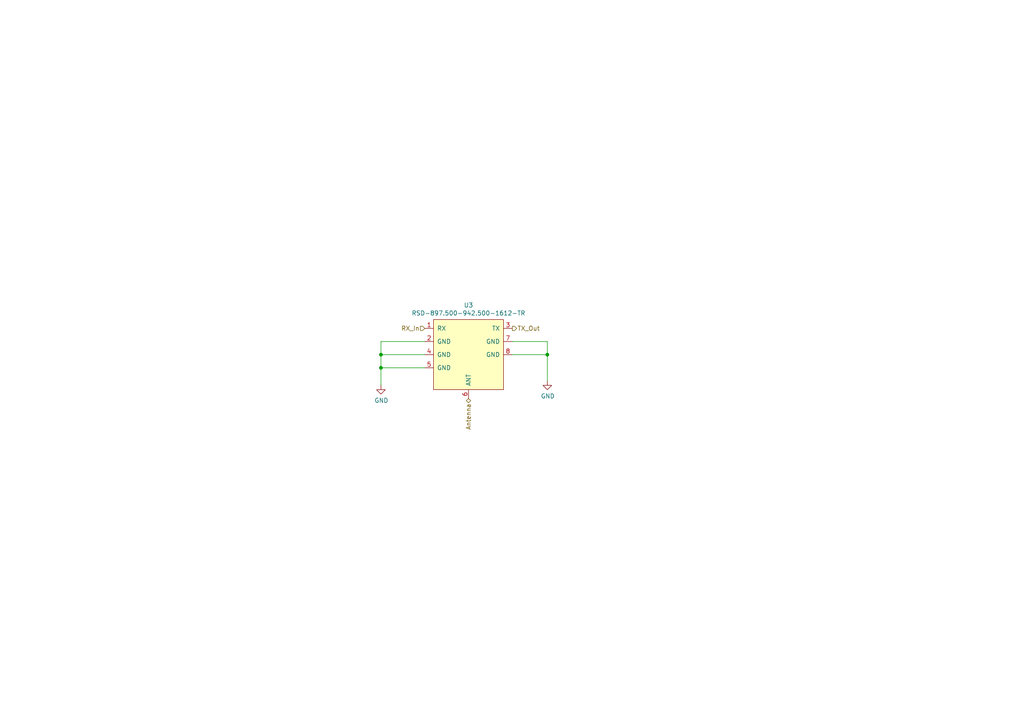
<source format=kicad_sch>
(kicad_sch (version 20211123) (generator eeschema)
  (paper "A4")
  (title_block (title "Duplexer Network") (date "2022-03-24") (rev "v2.0.0") (company "When HAMs Fly Senior Design Team") (comment 1 "https://github.com/MSTRocketDesignTeam/Avionics-Telemetry-PCB") (comment 2 "Board Revision 2") (comment 3 "Schematic depicting logical connections between components"))
  (lib_symbols
    (symbol "RDT_Custom_Symbols:RSD-897.500-942.500-1612-TR" (pin_names (offset 1.016))
      (property "Reference" "U" (at 0 3.81 0))
      (property "Value" "RSD-897.500-942.500-1612-TR" (at 0 1.27 0))
      (symbol "RSD-897.500-942.500-1612-TR_0_1"
        (rectangle (start -10.16 0) (end 10.16 -20.32) (fill (type background)))
      )
      (symbol "RSD-897.500-942.500-1612-TR_1_1"
        (pin output line (at -12.7 -2.54 0) (length 2.54) (name "RX") (number "1"))
        (pin input line (at -12.7 -6.35 0) (length 2.54) (name "GND") (number "2"))
        (pin input line (at 12.7 -2.54 180) (length 2.54) (name "TX") (number "3"))
        (pin input line (at -12.7 -10.16 0) (length 2.54) (name "GND") (number "4"))
        (pin input line (at -12.7 -13.97 0) (length 2.54) (name "GND") (number "5"))
        (pin bidirectional line (at 0 -22.86 90) (length 2.54) (name "ANT") (number "6"))
        (pin input line (at 12.7 -6.35 180) (length 2.54) (name "GND") (number "7"))
        (pin input line (at 12.7 -10.16 180) (length 2.54) (name "GND") (number "8"))
      )
    )
    (symbol "power:GND" (power) (pin_names (offset 0))
      (property "Value" "GND" (at 0 -3.81 0))
      (symbol "GND_0_1"
        (polyline (pts (xy 0 0) (xy 0 -1.27) (xy 1.27 -1.27) (xy 0 -2.54) (xy -1.27 -1.27) (xy 0 -1.27)))
      )
      (symbol "GND_1_1"
        (pin power_in line (at 0 0 270) (length 0) hide (name "GND") (number "1"))
      )
    )
  )
  (junction (at 158.75 102.87))
  (junction (at 110.49 106.68))
  (junction (at 110.49 102.87))
  (wire (pts (xy 110.49 102.87) (xy 110.49 99.06)))
  (wire (pts (xy 158.75 102.87) (xy 158.75 99.06)))
  (wire (pts (xy 123.19 102.87) (xy 110.49 102.87)))
  (wire (pts (xy 158.75 110.49) (xy 158.75 102.87)))
  (wire (pts (xy 110.49 106.68) (xy 110.49 102.87)))
  (wire (pts (xy 110.49 111.76) (xy 110.49 106.68)))
  (wire (pts (xy 158.75 99.06) (xy 148.59 99.06)))
  (wire (pts (xy 123.19 106.68) (xy 110.49 106.68)))
  (wire (pts (xy 148.59 102.87) (xy 158.75 102.87)))
  (wire (pts (xy 110.49 99.06) (xy 123.19 99.06)))
  (hierarchical_label "Antenna" (shape bidirectional) (at 135.89 115.57 270))
  (hierarchical_label "TX_Out" (shape output) (at 148.59 95.25 0))
  (hierarchical_label "RX_In" (shape input) (at 123.19 95.25 180))
  (symbol (lib_id "power:GND") (at 158.75 110.49 0) (unit 1)
    (property "Reference" "#PWR019" (effects hide))
    (property "Value" "GND" (at 158.877 114.8842 0))
  )
  (symbol (lib_id "power:GND") (at 110.49 111.76 0) (unit 1)
    (property "Reference" "#PWR018" (effects hide))
    (property "Value" "GND" (at 110.617 116.1542 0))
  )
  (symbol (lib_id "RDT_Custom_Symbols:RSD-897.500-942.500-1612-TR") (at 135.89 92.71 0) (unit 1)
    (property "Reference" "U3" (at 135.89 88.519 0))
    (property "Value" "RSD-897.500-942.500-1612-TR" (at 135.89 90.8304 0))
    (property "Footprint" "RDT_Custom_Footprints:RSD-897.500-942.500-1612-TR" (effects hide))
    (property "Datasheet" "https://www.raltron.com/webproducts/specs/SAW_FILTER/RSD-897.500-942.500-1612-TR.pdf" (effects hide))
  )
)
</source>
